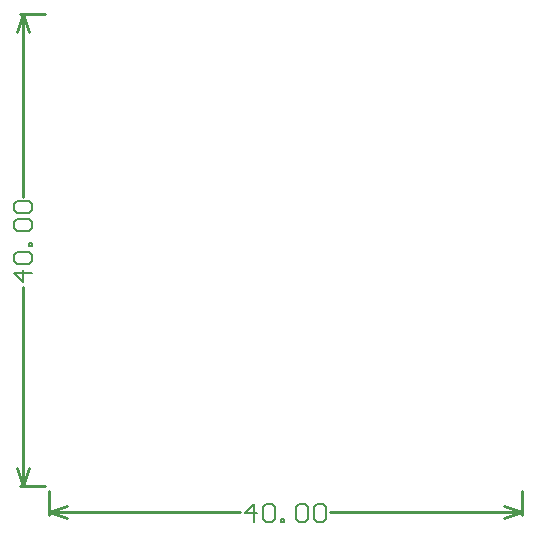
<source format=gm1>
G04*
G04 #@! TF.GenerationSoftware,Altium Limited,Altium Designer,22.1.2 (22)*
G04*
G04 Layer_Color=16711935*
%FSLAX24Y24*%
%MOIN*%
G70*
G04*
G04 #@! TF.SameCoordinates,7AB658FE-4F4A-440D-9AF7-89D71A904C7E*
G04*
G04*
G04 #@! TF.FilePolarity,Positive*
G04*
G01*
G75*
%ADD11C,0.0100*%
%ADD13C,0.0060*%
D11*
X-900Y15748D02*
X-700Y15148D01*
X-1100D02*
X-900Y15748D01*
X-1100Y600D02*
X-900Y0D01*
X-700Y600D01*
X-900Y9660D02*
Y15748D01*
Y0D02*
Y6640D01*
X-1000Y15748D02*
X-170D01*
X-1000Y0D02*
X-170D01*
X-20Y-850D02*
X580Y-650D01*
X-20Y-850D02*
X580Y-1050D01*
X15128D02*
X15728Y-850D01*
X15128Y-650D02*
X15728Y-850D01*
X-20D02*
X6340D01*
X9360D02*
X15728D01*
X-20Y-950D02*
Y-150D01*
X15728Y-950D02*
Y-150D01*
X-900Y15748D02*
X-700Y15148D01*
X-1100D02*
X-900Y15748D01*
X-1100Y600D02*
X-900Y0D01*
X-700Y600D01*
X-900Y9660D02*
Y15748D01*
Y0D02*
Y6640D01*
X-1000Y15748D02*
X-170D01*
X-1000Y0D02*
X-170D01*
X-20Y-850D02*
X580Y-650D01*
X-20Y-850D02*
X580Y-1050D01*
X15128D02*
X15728Y-850D01*
X15128Y-650D02*
X15728Y-850D01*
X-20D02*
X6340D01*
X9360D02*
X15728D01*
X-20Y-950D02*
Y-150D01*
X15728Y-950D02*
Y-150D01*
D13*
X-600Y7100D02*
X-1200D01*
X-900Y6800D01*
Y7200D01*
X-1100Y7400D02*
X-1200Y7500D01*
Y7700D01*
X-1100Y7800D01*
X-700D01*
X-600Y7700D01*
Y7500D01*
X-700Y7400D01*
X-1100D01*
X-600Y8000D02*
X-700D01*
Y8100D01*
X-600D01*
Y8000D01*
X-1100Y8500D02*
X-1200Y8600D01*
Y8800D01*
X-1100Y8900D01*
X-700D01*
X-600Y8800D01*
Y8600D01*
X-700Y8500D01*
X-1100D01*
Y9100D02*
X-1200Y9200D01*
Y9400D01*
X-1100Y9500D01*
X-700D01*
X-600Y9400D01*
Y9200D01*
X-700Y9100D01*
X-1100D01*
X6800Y-1200D02*
Y-600D01*
X6500Y-900D01*
X6900D01*
X7100Y-700D02*
X7200Y-600D01*
X7400D01*
X7500Y-700D01*
Y-1100D01*
X7400Y-1200D01*
X7200D01*
X7100Y-1100D01*
Y-700D01*
X7700Y-1200D02*
Y-1100D01*
X7800D01*
Y-1200D01*
X7700D01*
X8200Y-700D02*
X8300Y-600D01*
X8500D01*
X8600Y-700D01*
Y-1100D01*
X8500Y-1200D01*
X8300D01*
X8200Y-1100D01*
Y-700D01*
X8800D02*
X8900Y-600D01*
X9100D01*
X9200Y-700D01*
Y-1100D01*
X9100Y-1200D01*
X8900D01*
X8800Y-1100D01*
Y-700D01*
X-600Y7100D02*
X-1200D01*
X-900Y6800D01*
Y7200D01*
X-1100Y7400D02*
X-1200Y7500D01*
Y7700D01*
X-1100Y7800D01*
X-700D01*
X-600Y7700D01*
Y7500D01*
X-700Y7400D01*
X-1100D01*
X-600Y8000D02*
X-700D01*
Y8100D01*
X-600D01*
Y8000D01*
X-1100Y8500D02*
X-1200Y8600D01*
Y8800D01*
X-1100Y8900D01*
X-700D01*
X-600Y8800D01*
Y8600D01*
X-700Y8500D01*
X-1100D01*
Y9100D02*
X-1200Y9200D01*
Y9400D01*
X-1100Y9500D01*
X-700D01*
X-600Y9400D01*
Y9200D01*
X-700Y9100D01*
X-1100D01*
X6800Y-1200D02*
Y-600D01*
X6500Y-900D01*
X6900D01*
X7100Y-700D02*
X7200Y-600D01*
X7400D01*
X7500Y-700D01*
Y-1100D01*
X7400Y-1200D01*
X7200D01*
X7100Y-1100D01*
Y-700D01*
X7700Y-1200D02*
Y-1100D01*
X7800D01*
Y-1200D01*
X7700D01*
X8200Y-700D02*
X8300Y-600D01*
X8500D01*
X8600Y-700D01*
Y-1100D01*
X8500Y-1200D01*
X8300D01*
X8200Y-1100D01*
Y-700D01*
X8800D02*
X8900Y-600D01*
X9100D01*
X9200Y-700D01*
Y-1100D01*
X9100Y-1200D01*
X8900D01*
X8800Y-1100D01*
Y-700D01*
M02*

</source>
